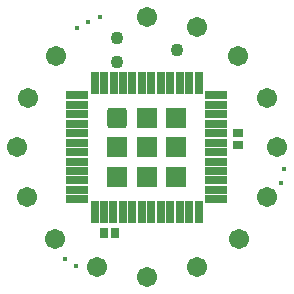
<source format=gts>
G04*
G04 #@! TF.GenerationSoftware,Altium Limited,Altium Designer,19.1.5 (86)*
G04*
G04 Layer_Color=8388736*
%FSAX25Y25*%
%MOIN*%
G70*
G01*
G75*
%ADD22R,0.03320X0.03162*%
%ADD23R,0.07493X0.02769*%
%ADD24R,0.02769X0.07493*%
G04:AMPARAMS|DCode=25|XSize=67.06mil|YSize=67.06mil|CornerRadius=9.91mil|HoleSize=0mil|Usage=FLASHONLY|Rotation=0.000|XOffset=0mil|YOffset=0mil|HoleType=Round|Shape=RoundedRectangle|*
%AMROUNDEDRECTD25*
21,1,0.06706,0.04724,0,0,0.0*
21,1,0.04724,0.06706,0,0,0.0*
1,1,0.01981,0.02362,-0.02362*
1,1,0.01981,-0.02362,-0.02362*
1,1,0.01981,-0.02362,0.02362*
1,1,0.01981,0.02362,0.02362*
%
%ADD25ROUNDEDRECTD25*%
%ADD26R,0.06706X0.06706*%
%ADD27R,0.03162X0.03320*%
%ADD28C,0.01784*%
%ADD29C,0.06706*%
%ADD30C,0.04343*%
D22*
X0182685Y0164528D02*
D03*
Y0160748D02*
D03*
D23*
X0129102Y0177224D02*
D03*
Y0174075D02*
D03*
Y0170886D02*
D03*
Y0167736D02*
D03*
Y0164587D02*
D03*
Y0161437D02*
D03*
Y0158327D02*
D03*
Y0155138D02*
D03*
Y0151988D02*
D03*
Y0148878D02*
D03*
Y0145689D02*
D03*
Y0142579D02*
D03*
X0175567Y0142559D02*
D03*
Y0145713D02*
D03*
X0175567Y0148870D02*
D03*
X0175567Y0152008D02*
D03*
X0175567Y0155157D02*
D03*
X0175567Y0158307D02*
D03*
X0175559Y0161437D02*
D03*
Y0164626D02*
D03*
Y0167776D02*
D03*
Y0170886D02*
D03*
Y0174075D02*
D03*
Y0177224D02*
D03*
D24*
X0135008Y0138425D02*
D03*
X0138165D02*
D03*
X0141315D02*
D03*
X0144465Y0138425D02*
D03*
X0147614Y0138425D02*
D03*
X0150764Y0138425D02*
D03*
X0153913D02*
D03*
X0157063Y0138429D02*
D03*
X0160213Y0138429D02*
D03*
X0163362Y0138425D02*
D03*
X0166539D02*
D03*
X0169850Y0138425D02*
D03*
X0169693Y0181358D02*
D03*
X0166504D02*
D03*
X0163394D02*
D03*
X0160244D02*
D03*
X0157095D02*
D03*
X0153945D02*
D03*
X0150795D02*
D03*
X0147646D02*
D03*
X0144496D02*
D03*
X0141347D02*
D03*
X0138197D02*
D03*
X0135008D02*
D03*
D25*
X0142496Y0169724D02*
D03*
D26*
X0152339Y0169724D02*
D03*
X0162181Y0169724D02*
D03*
X0142496Y0159882D02*
D03*
X0152339D02*
D03*
X0162181D02*
D03*
X0142398Y0150039D02*
D03*
X0152339D02*
D03*
X0162181D02*
D03*
D27*
X0138157Y0131260D02*
D03*
X0141937D02*
D03*
D28*
X0198315Y0152520D02*
D03*
X0197252Y0148150D02*
D03*
X0136728Y0203413D02*
D03*
X0132902Y0201760D02*
D03*
X0129051Y0199752D02*
D03*
X0128736Y0120236D02*
D03*
X0125087Y0122598D02*
D03*
D29*
X0192340Y0143416D02*
D03*
X0122173Y0190315D02*
D03*
X0112685Y0176440D02*
D03*
X0109181Y0160000D02*
D03*
X0112554Y0143386D02*
D03*
X0121780Y0129291D02*
D03*
X0135867Y0119854D02*
D03*
X0152488Y0116693D02*
D03*
X0169067Y0119872D02*
D03*
X0183092Y0129369D02*
D03*
X0195768Y0160000D02*
D03*
X0192328Y0176351D02*
D03*
X0182803Y0190315D02*
D03*
X0169021Y0199928D02*
D03*
X0152488Y0203307D02*
D03*
D30*
X0142488Y0188461D02*
D03*
Y0196461D02*
D03*
X0162488Y0192461D02*
D03*
M02*

</source>
